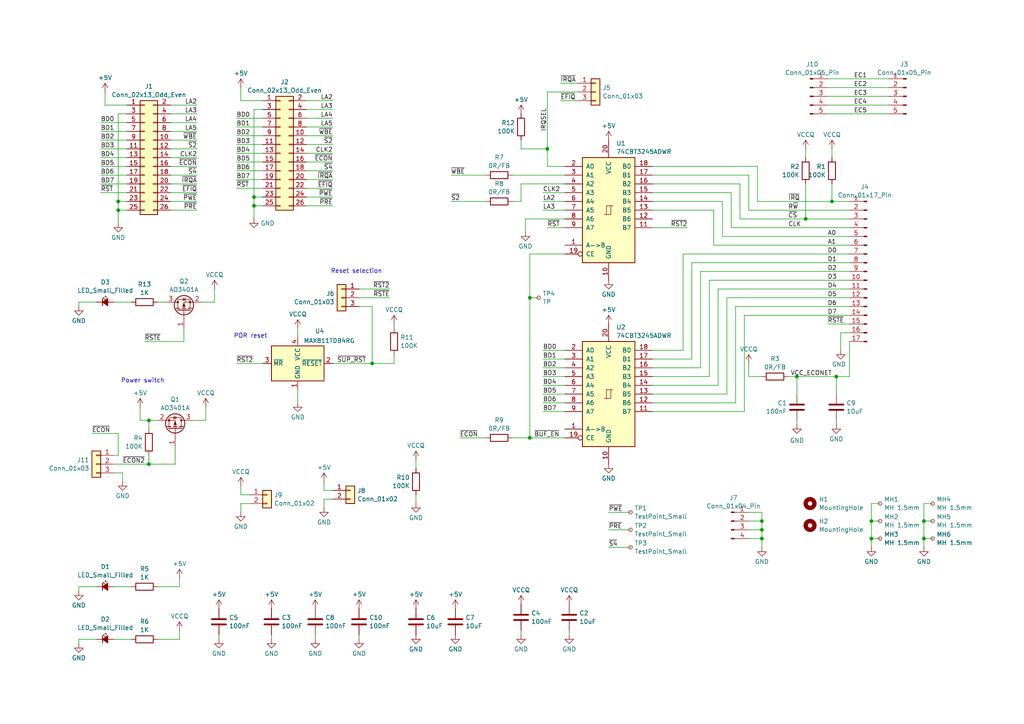
<source format=kicad_sch>
(kicad_sch (version 20231120) (generator "eeschema") (generator_version "8.0")
  (paper "A4")
  (junction (at 43.18 121.92))
  (junction (at 153.67 86.36))
  (junction (at 220.98 156.21))
  (junction (at 158.75 43.18))
  (junction (at 242.57 109.22))
  (junction (at 73.66 57.15))
  (junction (at 73.66 59.69))
  (junction (at 267.97 151.13))
  (junction (at 267.97 156.21))
  (junction (at 34.29 58.42))
  (junction (at 252.73 151.13))
  (junction (at 231.14 109.22))
  (junction (at 220.98 151.13))
  (junction (at 107.95 105.41))
  (junction (at 233.68 63.5))
  (junction (at 153.67 127))
  (junction (at 252.73 156.21))
  (junction (at 34.29 60.96))
  (junction (at 220.98 153.67))
  (junction (at 43.18 134.62))
  (junction (at 241.3 58.42))
  (wire (pts (xy 153.67 86.36) (xy 156.21 86.36)))
  (wire (pts (xy 68.58 49.53) (xy 76.2 49.53)))
  (wire (pts (xy 157.48 119.38) (xy 163.83 119.38)))
  (wire (pts (xy 96.52 142.24) (xy 93.98 142.24)))
  (wire (pts (xy 91.44 184.15) (xy 91.44 185.42)))
  (wire (pts (xy 212.09 66.04) (xy 246.38 66.04)))
  (wire (pts (xy 107.95 105.41) (xy 114.3 105.41)))
  (wire (pts (xy 158.75 43.18) (xy 151.13 43.18)))
  (wire (pts (xy 76.2 31.75) (xy 73.66 31.75)))
  (wire (pts (xy 29.21 35.56) (xy 36.83 35.56)))
  (wire (pts (xy 200.66 76.2) (xy 200.66 104.14)))
  (wire (pts (xy 205.74 109.22) (xy 205.74 81.28)))
  (wire (pts (xy 96.52 144.78) (xy 93.98 144.78)))
  (wire (pts (xy 252.73 151.13) (xy 252.73 156.21)))
  (wire (pts (xy 88.9 59.69) (xy 96.52 59.69)))
  (wire (pts (xy 49.53 40.64) (xy 57.15 40.64)))
  (wire (pts (xy 153.67 127) (xy 163.83 127)))
  (wire (pts (xy 157.48 60.96) (xy 163.83 60.96)))
  (wire (pts (xy 267.97 146.05) (xy 267.97 151.13)))
  (wire (pts (xy 88.9 36.83) (xy 96.52 36.83)))
  (wire (pts (xy 252.73 151.13) (xy 255.27 151.13)))
  (wire (pts (xy 219.71 48.26) (xy 189.23 48.26)))
  (wire (pts (xy 255.27 146.05) (xy 252.73 146.05)))
  (wire (pts (xy 220.98 148.59) (xy 220.98 151.13)))
  (wire (pts (xy 27.94 170.18) (xy 22.86 170.18)))
  (wire (pts (xy 33.02 185.42) (xy 38.1 185.42)))
  (wire (pts (xy 27.94 185.42) (xy 22.86 185.42)))
  (wire (pts (xy 220.98 153.67) (xy 220.98 156.21)))
  (wire (pts (xy 73.66 59.69) (xy 73.66 63.5)))
  (wire (pts (xy 240.03 30.48) (xy 257.81 30.48)))
  (wire (pts (xy 219.71 58.42) (xy 219.71 48.26)))
  (wire (pts (xy 45.72 170.18) (xy 52.07 170.18)))
  (wire (pts (xy 152.4 63.5) (xy 152.4 67.31)))
  (wire (pts (xy 240.03 25.4) (xy 257.81 25.4)))
  (wire (pts (xy 88.9 49.53) (xy 96.52 49.53)))
  (wire (pts (xy 93.98 142.24) (xy 93.98 139.7)))
  (wire (pts (xy 163.83 53.34) (xy 151.13 53.34)))
  (wire (pts (xy 49.53 58.42) (xy 57.15 58.42)))
  (wire (pts (xy 241.3 43.18) (xy 241.3 45.72)))
  (wire (pts (xy 220.98 151.13) (xy 220.98 153.67)))
  (wire (pts (xy 88.9 41.91) (xy 96.52 41.91)))
  (wire (pts (xy 68.58 44.45) (xy 76.2 44.45)))
  (wire (pts (xy 43.18 134.62) (xy 50.8 134.62)))
  (wire (pts (xy 246.38 93.98) (xy 240.03 93.98)))
  (wire (pts (xy 68.58 54.61) (xy 76.2 54.61)))
  (wire (pts (xy 45.72 87.63) (xy 48.26 87.63)))
  (wire (pts (xy 148.59 127) (xy 153.67 127)))
  (wire (pts (xy 157.48 111.76) (xy 163.83 111.76)))
  (wire (pts (xy 203.2 78.74) (xy 246.38 78.74)))
  (wire (pts (xy 219.71 58.42) (xy 241.3 58.42)))
  (wire (pts (xy 205.74 81.28) (xy 246.38 81.28)))
  (wire (pts (xy 29.21 50.8) (xy 36.83 50.8)))
  (wire (pts (xy 104.14 86.36) (xy 113.03 86.36)))
  (wire (pts (xy 96.52 105.41) (xy 107.95 105.41)))
  (wire (pts (xy 217.17 60.96) (xy 246.38 60.96)))
  (wire (pts (xy 246.38 58.42) (xy 241.3 58.42)))
  (wire (pts (xy 88.9 57.15) (xy 96.52 57.15)))
  (wire (pts (xy 215.9 91.44) (xy 215.9 119.38)))
  (wire (pts (xy 252.73 146.05) (xy 252.73 151.13)))
  (wire (pts (xy 63.5 184.15) (xy 63.5 185.42)))
  (wire (pts (xy 158.75 66.04) (xy 163.83 66.04)))
  (wire (pts (xy 59.69 121.92) (xy 59.69 118.11)))
  (wire (pts (xy 157.48 55.88) (xy 163.83 55.88)))
  (wire (pts (xy 157.48 116.84) (xy 163.83 116.84)))
  (wire (pts (xy 252.73 156.21) (xy 255.27 156.21)))
  (wire (pts (xy 151.13 182.88) (xy 151.13 184.15)))
  (wire (pts (xy 34.29 132.08) (xy 33.02 132.08)))
  (wire (pts (xy 162.56 24.13) (xy 167.64 24.13)))
  (wire (pts (xy 52.07 185.42) (xy 52.07 182.88)))
  (wire (pts (xy 22.86 87.63) (xy 22.86 88.9)))
  (wire (pts (xy 68.58 41.91) (xy 76.2 41.91)))
  (wire (pts (xy 29.21 53.34) (xy 36.83 53.34)))
  (wire (pts (xy 29.21 55.88) (xy 36.83 55.88)))
  (wire (pts (xy 49.53 33.02) (xy 57.15 33.02)))
  (wire (pts (xy 35.56 137.16) (xy 35.56 139.7)))
  (wire (pts (xy 86.36 113.03) (xy 86.36 116.84)))
  (wire (pts (xy 220.98 109.22) (xy 217.17 109.22)))
  (wire (pts (xy 200.66 76.2) (xy 246.38 76.2)))
  (wire (pts (xy 76.2 29.21) (xy 69.85 29.21)))
  (wire (pts (xy 157.48 106.68) (xy 163.83 106.68)))
  (wire (pts (xy 158.75 26.67) (xy 167.64 26.67)))
  (wire (pts (xy 189.23 60.96) (xy 207.01 60.96)))
  (wire (pts (xy 29.21 38.1) (xy 36.83 38.1)))
  (wire (pts (xy 176.53 158.75) (xy 182.88 158.75)))
  (wire (pts (xy 43.18 121.92) (xy 43.18 124.46)))
  (wire (pts (xy 88.9 52.07) (xy 96.52 52.07)))
  (wire (pts (xy 88.9 46.99) (xy 96.52 46.99)))
  (wire (pts (xy 68.58 39.37) (xy 76.2 39.37)))
  (wire (pts (xy 49.53 38.1) (xy 57.15 38.1)))
  (wire (pts (xy 26.67 125.73) (xy 34.29 125.73)))
  (wire (pts (xy 55.88 121.92) (xy 59.69 121.92)))
  (wire (pts (xy 36.83 30.48) (xy 30.48 30.48)))
  (wire (pts (xy 45.72 121.92) (xy 43.18 121.92)))
  (wire (pts (xy 217.17 105.41) (xy 217.17 109.22)))
  (wire (pts (xy 228.6 109.22) (xy 231.14 109.22)))
  (wire (pts (xy 246.38 96.52) (xy 243.84 96.52)))
  (wire (pts (xy 267.97 156.21) (xy 270.51 156.21)))
  (wire (pts (xy 34.29 58.42) (xy 36.83 58.42)))
  (wire (pts (xy 243.84 96.52) (xy 243.84 101.6)))
  (wire (pts (xy 217.17 156.21) (xy 220.98 156.21)))
  (wire (pts (xy 73.66 57.15) (xy 73.66 59.69)))
  (wire (pts (xy 40.64 121.92) (xy 40.64 118.11)))
  (wire (pts (xy 252.73 156.21) (xy 252.73 158.75)))
  (wire (pts (xy 53.34 99.06) (xy 53.34 95.25)))
  (wire (pts (xy 242.57 109.22) (xy 242.57 114.3)))
  (wire (pts (xy 189.23 116.84) (xy 213.36 116.84)))
  (wire (pts (xy 49.53 48.26) (xy 57.15 48.26)))
  (wire (pts (xy 165.1 182.88) (xy 165.1 184.15)))
  (wire (pts (xy 203.2 106.68) (xy 203.2 78.74)))
  (wire (pts (xy 107.95 88.9) (xy 107.95 105.41)))
  (wire (pts (xy 93.98 144.78) (xy 93.98 147.32)))
  (wire (pts (xy 88.9 44.45) (xy 96.52 44.45)))
  (wire (pts (xy 270.51 146.05) (xy 267.97 146.05)))
  (wire (pts (xy 231.14 109.22) (xy 231.14 114.3)))
  (wire (pts (xy 163.83 73.66) (xy 153.67 73.66)))
  (wire (pts (xy 43.18 121.92) (xy 40.64 121.92)))
  (wire (pts (xy 215.9 119.38) (xy 189.23 119.38)))
  (wire (pts (xy 153.67 73.66) (xy 153.67 86.36)))
  (wire (pts (xy 49.53 35.56) (xy 57.15 35.56)))
  (wire (pts (xy 72.39 143.51) (xy 69.85 143.51)))
  (wire (pts (xy 214.63 63.5) (xy 233.68 63.5)))
  (wire (pts (xy 43.18 132.08) (xy 43.18 134.62)))
  (wire (pts (xy 210.82 114.3) (xy 189.23 114.3)))
  (wire (pts (xy 241.3 53.34) (xy 241.3 58.42)))
  (wire (pts (xy 49.53 30.48) (xy 57.15 30.48)))
  (wire (pts (xy 246.38 63.5) (xy 233.68 63.5)))
  (wire (pts (xy 33.02 137.16) (xy 35.56 137.16)))
  (wire (pts (xy 209.55 58.42) (xy 189.23 58.42)))
  (wire (pts (xy 233.68 43.18) (xy 233.68 45.72)))
  (wire (pts (xy 189.23 106.68) (xy 203.2 106.68)))
  (wire (pts (xy 198.12 101.6) (xy 198.12 73.66)))
  (wire (pts (xy 212.09 55.88) (xy 212.09 66.04)))
  (wire (pts (xy 200.66 104.14) (xy 189.23 104.14)))
  (wire (pts (xy 157.48 109.22) (xy 163.83 109.22)))
  (wire (pts (xy 104.14 88.9) (xy 107.95 88.9)))
  (wire (pts (xy 49.53 60.96) (xy 57.15 60.96)))
  (wire (pts (xy 34.29 58.42) (xy 34.29 60.96)))
  (wire (pts (xy 68.58 34.29) (xy 76.2 34.29)))
  (wire (pts (xy 213.36 116.84) (xy 213.36 88.9)))
  (wire (pts (xy 49.53 55.88) (xy 57.15 55.88)))
  (wire (pts (xy 246.38 109.22) (xy 242.57 109.22)))
  (wire (pts (xy 73.66 31.75) (xy 73.66 57.15)))
  (wire (pts (xy 214.63 53.34) (xy 189.23 53.34)))
  (wire (pts (xy 49.53 43.18) (xy 57.15 43.18)))
  (wire (pts (xy 68.58 52.07) (xy 76.2 52.07)))
  (wire (pts (xy 176.53 153.67) (xy 182.88 153.67)))
  (wire (pts (xy 33.02 170.18) (xy 38.1 170.18)))
  (wire (pts (xy 29.21 45.72) (xy 36.83 45.72)))
  (wire (pts (xy 209.55 68.58) (xy 246.38 68.58)))
  (wire (pts (xy 34.29 33.02) (xy 34.29 58.42)))
  (wire (pts (xy 240.03 22.86) (xy 257.81 22.86)))
  (wire (pts (xy 210.82 86.36) (xy 210.82 114.3)))
  (wire (pts (xy 217.17 50.8) (xy 217.17 60.96)))
  (wire (pts (xy 29.21 43.18) (xy 36.83 43.18)))
  (wire (pts (xy 207.01 60.96) (xy 207.01 71.12)))
  (wire (pts (xy 68.58 105.41) (xy 76.2 105.41)))
  (wire (pts (xy 86.36 95.25) (xy 86.36 97.79)))
  (wire (pts (xy 49.53 53.34) (xy 57.15 53.34)))
  (wire (pts (xy 29.21 40.64) (xy 36.83 40.64)))
  (wire (pts (xy 153.67 86.36) (xy 153.67 127)))
  (wire (pts (xy 45.72 185.42) (xy 52.07 185.42)))
  (wire (pts (xy 148.59 50.8) (xy 163.83 50.8)))
  (wire (pts (xy 158.75 48.26) (xy 158.75 43.18)))
  (wire (pts (xy 208.28 83.82) (xy 246.38 83.82)))
  (wire (pts (xy 151.13 53.34) (xy 151.13 58.42)))
  (wire (pts (xy 88.9 54.61) (xy 96.52 54.61)))
  (wire (pts (xy 52.07 167.64) (xy 52.07 170.18)))
  (wire (pts (xy 22.86 185.42) (xy 22.86 186.69)))
  (wire (pts (xy 246.38 109.22) (xy 246.38 99.06)))
  (wire (pts (xy 189.23 66.04) (xy 199.39 66.04)))
  (wire (pts (xy 157.48 114.3) (xy 163.83 114.3)))
  (wire (pts (xy 104.14 83.82) (xy 113.03 83.82)))
  (wire (pts (xy 214.63 63.5) (xy 214.63 53.34)))
  (wire (pts (xy 88.9 34.29) (xy 96.52 34.29)))
  (wire (pts (xy 242.57 121.92) (xy 242.57 123.19)))
  (wire (pts (xy 157.48 101.6) (xy 163.83 101.6)))
  (wire (pts (xy 152.4 63.5) (xy 163.83 63.5)))
  (wire (pts (xy 29.21 48.26) (xy 36.83 48.26)))
  (wire (pts (xy 58.42 87.63) (xy 62.23 87.63)))
  (wire (pts (xy 217.17 148.59) (xy 220.98 148.59)))
  (wire (pts (xy 189.23 111.76) (xy 208.28 111.76)))
  (wire (pts (xy 33.02 134.62) (xy 43.18 134.62)))
  (wire (pts (xy 73.66 57.15) (xy 76.2 57.15)))
  (wire (pts (xy 267.97 151.13) (xy 270.51 151.13)))
  (wire (pts (xy 267.97 151.13) (xy 267.97 156.21)))
  (wire (pts (xy 189.23 55.88) (xy 212.09 55.88)))
  (wire (pts (xy 49.53 45.72) (xy 57.15 45.72)))
  (wire (pts (xy 210.82 86.36) (xy 246.38 86.36)))
  (wire (pts (xy 158.75 43.18) (xy 158.75 26.67)))
  (wire (pts (xy 130.81 58.42) (xy 140.97 58.42)))
  (wire (pts (xy 240.03 33.02) (xy 257.81 33.02)))
  (wire (pts (xy 189.23 109.22) (xy 205.74 109.22)))
  (wire (pts (xy 50.8 134.62) (xy 50.8 129.54)))
  (wire (pts (xy 182.88 148.59) (xy 176.53 148.59)))
  (wire (pts (xy 207.01 71.12) (xy 246.38 71.12)))
  (wire (pts (xy 198.12 73.66) (xy 246.38 73.66)))
  (wire (pts (xy 231.14 121.92) (xy 231.14 123.19)))
  (wire (pts (xy 208.28 111.76) (xy 208.28 83.82)))
  (wire (pts (xy 68.58 46.99) (xy 76.2 46.99)))
  (wire (pts (xy 151.13 58.42) (xy 148.59 58.42)))
  (wire (pts (xy 41.91 99.06) (xy 53.34 99.06)))
  (wire (pts (xy 120.65 146.05) (xy 120.65 143.51)))
  (wire (pts (xy 162.56 29.21) (xy 167.64 29.21)))
  (wire (pts (xy 233.68 53.34) (xy 233.68 63.5)))
  (wire (pts (xy 114.3 105.41) (xy 114.3 102.87)))
  (wire (pts (xy 36.83 33.02) (xy 34.29 33.02)))
  (wire (pts (xy 33.02 87.63) (xy 38.1 87.63)))
  (wire (pts (xy 104.14 184.15) (xy 104.14 185.42)))
  (wire (pts (xy 213.36 88.9) (xy 246.38 88.9)))
  (wire (pts (xy 30.48 30.48) (xy 30.48 26.67)))
  (wire (pts (xy 133.35 127) (xy 140.97 127)))
  (wire (pts (xy 62.23 87.63) (xy 62.23 83.82)))
  (wire (pts (xy 217.17 151.13) (xy 220.98 151.13)))
  (wire (pts (xy 189.23 101.6) (xy 198.12 101.6)))
  (wire (pts (xy 34.29 60.96) (xy 34.29 64.77)))
  (wire (pts (xy 72.39 146.05) (xy 69.85 146.05)))
  (wire (pts (xy 88.9 31.75) (xy 96.52 31.75)))
  (wire (pts (xy 163.83 48.26) (xy 158.75 48.26)))
  (wire (pts (xy 88.9 39.37) (xy 96.52 39.37)))
  (wire (pts (xy 88.9 29.21) (xy 96.52 29.21)))
  (wire (pts (xy 240.03 27.94) (xy 257.81 27.94)))
  (wire (pts (xy 34.29 60.96) (xy 36.83 60.96)))
  (wire (pts (xy 157.48 58.42) (xy 163.83 58.42)))
  (wire (pts (xy 114.3 95.25) (xy 114.3 93.98)))
  (wire (pts (xy 157.48 104.14) (xy 163.83 104.14)))
  (wire (pts (xy 217.17 153.67) (xy 220.98 153.67)))
  (wire (pts (xy 69.85 29.21) (xy 69.85 25.4)))
  (wire (pts (xy 242.57 109.22) (xy 231.14 109.22)))
  (wire (pts (xy 189.23 50.8) (xy 217.17 50.8)))
  (wire (pts (xy 130.81 50.8) (xy 140.97 50.8)))
  (wire (pts (xy 78.74 184.15) (xy 78.74 185.42)))
  (wire (pts (xy 69.85 146.05) (xy 69.85 148.59)))
  (wire (pts (xy 68.58 36.83) (xy 76.2 36.83)))
  (wire (pts (xy 69.85 140.97) (xy 69.85 143.51)))
  (wire (pts (xy 27.94 87.63) (xy 22.86 87.63)))
  (wire (pts (xy 220.98 156.21) (xy 220.98 158.75)))
  (wire (pts (xy 209.55 68.58) (xy 209.55 58.42)))
  (wire (pts (xy 267.97 156.21) (xy 267.97 158.75)))
  (wire (pts (xy 120.65 133.35) (xy 120.65 135.89)))
  (wire (pts (xy 34.29 125.73) (xy 34.29 132.08)))
  (wire (pts (xy 215.9 91.44) (xy 246.38 91.44)))
  (wire (pts (xy 22.86 170.18) (xy 22.86 171.45)))
  (wire (pts (xy 73.66 59.69) (xy 76.2 59.69)))
  (wire (pts (xy 49.53 50.8) (xy 57.15 50.8)))
  (wire (pts (xy 151.13 43.18) (xy 151.13 40.64)))
  (text "Power switch\n" (at 41.402 110.49 0) (effects (font (size 1.27 1.27))))
  (text "Reset selection" (at 103.378 78.74 0) (effects (font (size 1.27 1.27))))
  (text "POR reset\n" (at 72.644 97.536 0) (effects (font (size 1.27 1.27))))
  (label "BD7" (at 29.21 53.34 0))
  (label "~{PRE}" (at 176.53 153.67 0))
  (label "~{RST2}" (at 199.39 66.04 180))
  (label "R~{W}" (at 228.6 60.96 0))
  (label "BD3" (at 68.58 41.91 0))
  (label "CLK2" (at 57.15 45.72 180))
  (label "A0" (at 240.03 68.58 0))
  (label "~{RSTE}" (at 41.91 99.06 0))
  (label "D1" (at 240.03 76.2 0))
  (label "~{RST2}" (at 68.58 105.41 0))
  (label "~{CS}" (at 228.6 63.5 0))
  (label "LA5" (at 96.52 36.83 180))
  (label "~{BUF_EN}" (at 154.94 127 0))
  (label "~{S2}" (at 96.52 41.91 180))
  (label "EC2" (at 247.65 25.4 0))
  (label "~{S4}" (at 57.15 50.8 180))
  (label "BD3" (at 157.48 109.22 0))
  (label "~{PRE}" (at 57.15 60.96 180))
  (label "EC5" (at 247.65 33.02 0))
  (label "~{WBE}" (at 130.81 50.8 0))
  (label "~{S4}" (at 176.53 158.75 0))
  (label "~{RST}" (at 158.75 66.04 0))
  (label "D4" (at 240.03 83.82 0))
  (label "A1" (at 240.03 71.12 0))
  (label "~{IRQA}" (at 96.52 52.07 180))
  (label "BD6" (at 29.21 50.8 0))
  (label "~{IRQA}" (at 162.56 24.13 0))
  (label "BD0" (at 157.48 101.6 0))
  (label "~{PWE}" (at 57.15 58.42 180))
  (label "~{ECON}" (at 26.67 125.73 0))
  (label "LA3" (at 96.52 31.75 180))
  (label "~{WBE}" (at 96.52 39.37 180))
  (label "~{EFIQ}" (at 96.52 54.61 180))
  (label "LA2" (at 157.48 58.42 0))
  (label "~{RST}" (at 29.21 55.88 0))
  (label "BD7" (at 68.58 52.07 0))
  (label "D6" (at 240.03 88.9 0))
  (label "BD1" (at 157.48 104.14 0))
  (label "BD1" (at 29.21 38.1 0))
  (label "CLK2" (at 157.48 55.88 0))
  (label "~{ECON2}" (at 35.56 134.62 0))
  (label "~{S2}" (at 130.81 58.42 0))
  (label "D3" (at 240.03 81.28 0))
  (label "~{PRE}" (at 96.52 59.69 180))
  (label "BD3" (at 29.21 43.18 0))
  (label "~{WBE}" (at 57.15 40.64 180))
  (label "BD5" (at 68.58 46.99 0))
  (label "D2" (at 240.03 78.74 0))
  (label "EC3" (at 247.65 27.94 0))
  (label "BD6" (at 68.58 49.53 0))
  (label "BD6" (at 157.48 116.84 0))
  (label "BD2" (at 68.58 39.37 0))
  (label "~{RSTE}" (at 240.03 93.98 0))
  (label "BD0" (at 68.58 34.29 0))
  (label "BD2" (at 29.21 40.64 0))
  (label "BD2" (at 157.48 106.68 0))
  (label "BD5" (at 29.21 48.26 0))
  (label "LA4" (at 57.15 35.56 180))
  (label "LA5" (at 57.15 38.1 180))
  (label "D7" (at 240.03 91.44 0))
  (label "CLK" (at 228.6 66.04 0))
  (label "LA3" (at 157.48 60.96 0))
  (label "~{PWE}" (at 176.53 148.59 0))
  (label "BD4" (at 157.48 111.76 0))
  (label "~{EFIQ}" (at 162.56 29.21 0))
  (label "~{SUP_RST}" (at 97.79 105.41 0))
  (label "BD4" (at 29.21 45.72 0))
  (label "~{ECON}" (at 57.15 48.26 180))
  (label "EC4" (at 247.65 30.48 0))
  (label "~{S2}" (at 57.15 43.18 180))
  (label "~{ECON}" (at 133.35 127 0))
  (label "~{RST}" (at 68.58 54.61 0))
  (label "IRQSEL" (at 158.75 38.1 90))
  (label "LA2" (at 57.15 30.48 180))
  (label "BD5" (at 157.48 114.3 0))
  (label "~{IRQ}" (at 228.6 58.42 0))
  (label "EC1" (at 247.65 22.86 0))
  (label "~{RST2}" (at 113.03 83.82 180))
  (label "~{EFIQ}" (at 57.15 55.88 180))
  (label "BD1" (at 68.58 36.83 0))
  (label "VCC_ECONET" (at 241.3 109.22 180))
  (label "~{ECON}" (at 96.52 46.99 180))
  (label "~{RSTE}" (at 113.03 86.36 180))
  (label "~{PWE}" (at 96.52 57.15 180))
  (label "BD0" (at 29.21 35.56 0))
  (label "D5" (at 240.03 86.36 0))
  (label "~{IRQA}" (at 57.15 53.34 180))
  (label "LA3" (at 57.15 33.02 180))
  (label "D0" (at 240.03 73.66 0))
  (label "BD4" (at 68.58 44.45 0))
  (label "LA2" (at 96.52 29.21 180))
  (label "~{S4}" (at 96.52 49.53 180))
  (label "CLK2" (at 96.52 44.45 180))
  (label "LA4" (at 96.52 34.29 180))
  (label "BD7" (at 157.48 119.38 0))
  (symbol (lib_id "power:VCCQ") (at 120.65 133.35 0) (mirror y) (unit 1)
    (property "Reference" "#PWR033" (effects (hide yes)))
    (property "Value" "VCCQ" (at 120.65 129.2169 0))
    (property "Description" "Power symbol creates a global label with name \"VCCQ\"" (effects (hide yes)))
  )
  (symbol (lib_id "power:+5V") (at 104.14 176.53 0) (unit 1)
    (property "Reference" "#PWR050" (effects (hide yes)))
    (property "Value" "+5V" (at 104.14 172.3969 0))
    (property "Description" "Power symbol creates a global label with name \"+5V\"" (effects (hide yes)))
  )
  (symbol (lib_id "power:VCCQ") (at 86.36 95.25 0) (mirror y) (unit 1)
    (property "Reference" "#PWR022" (effects (hide yes)))
    (property "Value" "VCCQ" (at 86.36 91.1169 0))
    (property "Description" "Power symbol creates a global label with name \"VCCQ\"" (effects (hide yes)))
  )
  (symbol (lib_id "power:GND") (at 132.08 184.15 0) (unit 1)
    (property "Reference" "#PWR044" (effects (hide yes)))
    (property "Value" "GND" (at 132.08 188.2831 0))
    (property "Description" "Power symbol creates a global label with name \"GND\" , ground" (effects (hide yes)))
  )
  (symbol (lib_id "power:GND") (at 243.84 101.6 0) (mirror y) (unit 1)
    (property "Reference" "#PWR05" (effects (hide yes)))
    (property "Value" "GND" (at 243.332 105.664 0))
    (property "Description" "Power symbol creates a global label with name \"GND\" , ground" (effects (hide yes)))
  )
  (symbol (lib_id "Device:R") (at 120.65 139.7 0) (mirror y) (unit 1)
    (property "Reference" "R10" (at 118.872 138.4878 0) (effects (justify left)))
    (property "Value" "100K" (at 118.872 140.9121 0) (effects (justify left)))
    (property "Footprint" "Resistor_SMD:R_0603_1608Metric_Pad0.98x0.95mm_HandSolder" (effects (hide yes)))
    (property "Description" "Resistor" (effects (hide yes)))
    (property "LCSC" "C25803" (effects (hide yes)))
  )
  (symbol (lib_id "Device:R") (at 233.68 49.53 0) (mirror y) (unit 1)
    (property "Reference" "R2" (at 231.902 48.3178 0) (effects (justify left)))
    (property "Value" "100K" (at 231.902 50.7421 0) (effects (justify left)))
    (property "Footprint" "Resistor_SMD:R_0603_1608Metric_Pad0.98x0.95mm_HandSolder" (effects (hide yes)))
    (property "Description" "Resistor" (effects (hide yes)))
    (property "LCSC" "C25803" (effects (hide yes)))
  )
  (symbol (lib_id "Device:C") (at 151.13 179.07 0) (unit 1)
    (property "Reference" "C4" (at 154.051 177.8578 0) (effects (justify left)))
    (property "Value" "100nF" (at 154.051 180.2821 0) (effects (justify left)))
    (property "Footprint" "Capacitor_SMD:C_0603_1608Metric_Pad1.08x0.95mm_HandSolder" (effects (hide yes)))
    (property "Description" "Unpolarized capacitor" (effects (hide yes)))
    (property "LCSC" "C14663" (effects (hide yes)))
  )
  (symbol (lib_id "Connector_Generic:Conn_01x03") (at 99.06 86.36 0) (mirror y) (unit 1)
    (property "Reference" "J6" (at 97.028 85.1478 0) (effects (justify left)))
    (property "Value" "Conn_01x03" (at 97.028 87.5721 0) (effects (justify left)))
    (property "Footprint" "Connector_PinHeader_2.54mm:PinHeader_1x03_P2.54mm_Vertical" (effects (hide yes)))
    (property "Description" "Generic connector, single row, 01x03, script generated (kicad-library-utils/schlib/autogen/connector/)" (effects (hide yes)))
  )
  (symbol (lib_id "power:+5V") (at 63.5 176.53 0) (unit 1)
    (property "Reference" "#PWR026" (effects (hide yes)))
    (property "Value" "+5V" (at 63.5 172.3969 0))
    (property "Description" "Power symbol creates a global label with name \"+5V\"" (effects (hide yes)))
  )
  (symbol (lib_id "power:+5V") (at 176.53 40.64 0) (unit 1)
    (property "Reference" "#PWR018" (effects (hide yes)))
    (property "Value" "+5V" (at 176.53 36.5069 0))
    (property "Description" "Power symbol creates a global label with name \"+5V\"" (effects (hide yes)))
  )
  (symbol (lib_id "power:VCCQ") (at 69.85 140.97 0) (mirror y) (unit 1)
    (property "Reference" "#PWR038" (effects (hide yes)))
    (property "Value" "VCCQ" (at 69.85 136.8369 0))
    (property "Description" "Power symbol creates a global label with name \"VCCQ\"" (effects (hide yes)))
  )
  (symbol (lib_id "power:VCCQ") (at 62.23 83.82 0) (mirror y) (unit 1)
    (property "Reference" "#PWR053" (effects (hide yes)))
    (property "Value" "VCCQ" (at 62.23 79.6869 0))
    (property "Description" "Power symbol creates a global label with name \"VCCQ\"" (effects (hide yes)))
  )
  (symbol (lib_id "Connector:TestPoint_Small") (at 270.51 146.05 0) (unit 1)
    (property "Reference" "MH4" (at 271.653 144.8378 0) (effects (justify left)))
    (property "Value" "MH 1.5mm" (at 271.653 147.2621 0) (effects (justify left)))
    (property "Footprint" "TestPoint:TestPoint_Plated_Hole_D2.0mm" (effects (hide yes)))
    (property "Description" "test point" (effects (hide yes)))
  )
  (symbol (lib_id "power:GND") (at 242.57 123.19 0) (unit 1)
    (property "Reference" "#PWR049" (effects (hide yes)))
    (property "Value" "GND" (at 242.57 127.3231 0))
    (property "Description" "Power symbol creates a global label with name \"GND\" , ground" (effects (hide yes)))
  )
  (symbol (lib_id "Device:R") (at 43.18 128.27 0) (mirror y) (unit 1)
    (property "Reference" "R4" (at 41.402 127.0578 0) (effects (justify left)))
    (property "Value" "100K" (at 41.402 129.4821 0) (effects (justify left)))
    (property "Footprint" "Resistor_SMD:R_0603_1608Metric_Pad0.98x0.95mm_HandSolder" (effects (hide yes)))
    (property "Description" "Resistor" (effects (hide yes)))
    (property "LCSC" "C25803" (effects (hide yes)))
  )
  (symbol (lib_id "Connector:TestPoint_Small") (at 182.88 153.67 0) (unit 1)
    (property "Reference" "TP2" (at 184.023 152.4578 0) (effects (justify left)))
    (property "Value" "TestPoint_Small" (at 184.023 154.8821 0) (effects (justify left)))
    (property "Footprint" "TestPoint:TestPoint_Pad_D1.0mm" (effects (hide yes)))
    (property "Description" "test point" (effects (hide yes)))
  )
  (symbol (lib_id "power:GND") (at 176.53 134.62 0) (unit 1)
    (property "Reference" "#PWR021" (effects (hide yes)))
    (property "Value" "GND" (at 176.53 138.7531 0))
    (property "Description" "Power symbol creates a global label with name \"GND\" , ground" (effects (hide yes)))
  )
  (symbol (lib_id "Connector_Generic:Conn_01x02") (at 101.6 142.24 0) (unit 1)
    (property "Reference" "J8" (at 103.632 142.2978 0) (effects (justify left)))
    (property "Value" "Conn_01x02" (at 103.632 144.7221 0) (effects (justify left)))
    (property "Footprint" "Connector_PinHeader_2.54mm:PinHeader_1x02_P2.54mm_Vertical" (effects (hide yes)))
    (property "Description" "Generic connector, single row, 01x02, script generated (kicad-library-utils/schlib/autogen/connector/)" (effects (hide yes)))
  )
  (symbol (lib_id "power:VCCQ") (at 241.3 43.18 0) (mirror y) (unit 1)
    (property "Reference" "#PWR06" (effects (hide yes)))
    (property "Value" "VCCQ" (at 241.3 39.0469 0))
    (property "Description" "Power symbol creates a global label with name \"VCCQ\"" (effects (hide yes)))
  )
  (symbol (lib_id "power:GND") (at 176.53 81.28 0) (unit 1)
    (property "Reference" "#PWR020" (effects (hide yes)))
    (property "Value" "GND" (at 176.53 85.4131 0))
    (property "Description" "Power symbol creates a global label with name \"GND\" , ground" (effects (hide yes)))
  )
  (symbol (lib_id "power:GND") (at 35.56 139.7 0) (unit 1)
    (property "Reference" "#PWR042" (effects (hide yes)))
    (property "Value" "GND" (at 35.56 143.8331 0))
    (property "Description" "Power symbol creates a global label with name \"GND\" , ground" (effects (hide yes)))
  )
  (symbol (lib_id "Device:R") (at 144.78 58.42 90) (mirror x) (unit 1)
    (property "Reference" "R8" (at 144.78 53.2595 90))
    (property "Value" "0R/FB" (at 144.78 55.6838 90))
    (property "Footprint" "Resistor_SMD:R_0603_1608Metric_Pad0.98x0.95mm_HandSolder" (effects (hide yes)))
    (property "Description" "Resistor" (effects (hide yes)))
    (property "LCSC" "C21189" (effects (hide yes)))
  )
  (symbol (lib_id "Connector:TestPoint_Small") (at 182.88 158.75 0) (unit 1)
    (property "Reference" "TP3" (at 184.023 157.5378 0) (effects (justify left)))
    (property "Value" "TestPoint_Small" (at 184.023 159.9621 0) (effects (justify left)))
    (property "Footprint" "TestPoint:TestPoint_Pad_D1.0mm" (effects (hide yes)))
    (property "Description" "test point" (effects (hide yes)))
  )
  (symbol (lib_id "Connector:TestPoint_Small") (at 255.27 146.05 0) (unit 1)
    (property "Reference" "MH1" (at 256.413 144.8378 0) (effects (justify left)))
    (property "Value" "MH 1.5mm" (at 256.413 147.2621 0) (effects (justify left)))
    (property "Footprint" "TestPoint:TestPoint_Plated_Hole_D2.0mm" (effects (hide yes)))
    (property "Description" "test point" (effects (hide yes)))
  )
  (symbol (lib_id "power:VCCQ") (at 217.17 105.41 0) (mirror y) (unit 1)
    (property "Reference" "#PWR08" (effects (hide yes)))
    (property "Value" "VCCQ" (at 217.17 101.2769 0))
    (property "Description" "Power symbol creates a global label with name \"VCCQ\"" (effects (hide yes)))
  )
  (symbol (lib_id "Device:C") (at 63.5 180.34 0) (unit 1)
    (property "Reference" "C5" (at 66.421 179.1278 0) (effects (justify left)))
    (property "Value" "100nF" (at 66.421 181.5521 0) (effects (justify left)))
    (property "Footprint" "Capacitor_SMD:C_0603_1608Metric_Pad1.08x0.95mm_HandSolder" (effects (hide yes)))
    (property "Description" "Unpolarized capacitor" (effects (hide yes)))
    (property "LCSC" "C14663" (effects (hide yes)))
  )
  (symbol (lib_id "power:GND") (at 104.14 185.42 0) (unit 1)
    (property "Reference" "#PWR051" (effects (hide yes)))
    (property "Value" "GND" (at 104.14 189.5531 0))
    (property "Description" "Power symbol creates a global label with name \"GND\" , ground" (effects (hide yes)))
  )
  (symbol (lib_id "Transistor_FET:AO3401A") (at 50.8 124.46 270) (mirror x) (unit 1)
    (property "Reference" "Q1" (at 50.8 115.8705 90))
    (property "Value" "AO3401A" (at 50.8 118.2948 90))
    (property "Footprint" "Package_TO_SOT_SMD:SOT-23" (effects (hide yes)))
    (property "Datasheet" "http://www.aosmd.com/pdfs/datasheet/AO3401A.pdf" (effects (hide yes)))
    (property "Description" "-4.0A Id, -30V Vds, P-Channel MOSFET, SOT-23" (effects (hide yes)))
    (property "LCSC" "C15127" (effects (hide yes)))
  )
  (symbol (lib_id "Device:R") (at 41.91 87.63 90) (unit 1)
    (property "Reference" "R13" (at 41.91 82.4695 90))
    (property "Value" "1K" (at 41.91 84.8938 90))
    (property "Footprint" "Resistor_SMD:R_0603_1608Metric_Pad0.98x0.95mm_HandSolder" (effects (hide yes)))
    (property "Description" "Resistor" (effects (hide yes)))
    (property "LCSC" "C21190" (effects (hide yes)))
  )
  (symbol (lib_id "power:GND") (at 22.86 186.69 0) (unit 1)
    (property "Reference" "#PWR013" (effects (hide yes)))
    (property "Value" "GND" (at 22.86 190.8231 0))
    (property "Description" "Power symbol creates a global label with name \"GND\" , ground" (effects (hide yes)))
  )
  (symbol (lib_id "power:GND") (at 252.73 158.75 0) (unit 1)
    (property "Reference" "#PWR045" (effects (hide yes)))
    (property "Value" "GND" (at 252.73 162.8831 0))
    (property "Description" "Power symbol creates a global label with name \"GND\" , ground" (effects (hide yes)))
  )
  (symbol (lib_id "Connector_Generic:Conn_01x03") (at 27.94 134.62 0) (mirror y) (unit 1)
    (property "Reference" "J11" (at 25.908 133.4078 0) (effects (justify left)))
    (property "Value" "Conn_01x03" (at 25.908 135.8321 0) (effects (justify left)))
    (property "Footprint" "Connector_PinHeader_2.54mm:PinHeader_1x03_P2.54mm_Vertical" (effects (hide yes)))
    (property "Description" "Generic connector, single row, 01x03, script generated (kicad-library-utils/schlib/autogen/connector/)" (effects (hide yes)))
  )
  (symbol (lib_id "Mechanical:MountingHole") (at 234.95 152.4 0) (unit 1) (exclude_from_sim yes) (in_bom no)
    (property "Reference" "H2" (at 237.49 151.1878 0) (effects (justify left)))
    (property "Value" "MountingHole" (at 237.49 153.6121 0) (effects (justify left)))
    (property "Footprint" "MountingHole:MountingHole_3.5mm_Pad_TopBottom" (effects (hide yes)))
    (property "Description" "Mounting Hole without connection" (effects (hide yes)))
  )
  (symbol (lib_id "power:VCCQ") (at 151.13 175.26 0) (unit 1)
    (property "Reference" "#PWR028" (effects (hide yes)))
    (property "Value" "VCCQ" (at 151.13 171.1269 0))
    (property "Description" "Power symbol creates a global label with name \"VCCQ\"" (effects (hide yes)))
  )
  (symbol (lib_id "power:GND") (at 152.4 67.31 0) (unit 1)
    (property "Reference" "#PWR024" (effects (hide yes)))
    (property "Value" "GND" (at 152.4 71.4431 0))
    (property "Description" "Power symbol creates a global label with name \"GND\" , ground" (effects (hide yes)))
  )
  (symbol (lib_id "power:GND") (at 91.44 185.42 0) (unit 1)
    (property "Reference" "#PWR048" (effects (hide yes)))
    (property "Value" "GND" (at 91.44 189.5531 0))
    (property "Description" "Power symbol creates a global label with name \"GND\" , ground" (effects (hide yes)))
  )
  (symbol (lib_id "power:VCCQ") (at 114.3 93.98 0) (mirror y) (unit 1)
    (property "Reference" "#PWR034" (effects (hide yes)))
    (property "Value" "VCCQ" (at 114.3 89.8469 0))
    (property "Description" "Power symbol creates a global label with name \"VCCQ\"" (effects (hide yes)))
  )
  (symbol (lib_id "power:GND") (at 93.98 147.32 0) (unit 1)
    (property "Reference" "#PWR037" (effects (hide yes)))
    (property "Value" "GND" (at 93.98 151.4531 0))
    (property "Description" "Power symbol creates a global label with name \"GND\" , ground" (effects (hide yes)))
  )
  (symbol (lib_id "Connector:Conn_01x05_Pin") (at 234.95 27.94 0) (unit 1)
    (property "Reference" "J10" (at 235.585 18.6393 0))
    (property "Value" "Conn_01x05_Pin" (at 235.585 21.0636 0))
    (property "Footprint" "Connector_PinSocket_2.54mm:PinSocket_1x05_P2.54mm_Vertical" (effects (hide yes)))
    (property "Description" "Generic connector, single row, 01x05, script generated" (effects (hide yes)))
  )
  (symbol (lib_id "power:GND") (at 69.85 148.59 0) (unit 1)
    (property "Reference" "#PWR039" (effects (hide yes)))
    (property "Value" "GND" (at 69.85 152.7231 0))
    (property "Description" "Power symbol creates a global label with name \"GND\" , ground" (effects (hide yes)))
  )
  (symbol (lib_id "Transistor_FET:AO3401A") (at 53.34 90.17 90) (unit 1)
    (property "Reference" "Q2" (at 53.34 81.5805 90))
    (property "Value" "AO3401A" (at 53.34 84.0048 90))
    (property "Footprint" "Package_TO_SOT_SMD:SOT-23" (effects (hide yes)))
    (property "Datasheet" "http://www.aosmd.com/pdfs/datasheet/AO3401A.pdf" (effects (hide yes)))
    (property "Description" "-4.0A Id, -30V Vds, P-Channel MOSFET, SOT-23" (effects (hide yes)))
    (property "LCSC" "C15127" (effects (hide yes)))
  )
  (symbol (lib_id "Connector:Conn_01x04_Pin") (at 212.09 151.13 0) (unit 1)
    (property "Reference" "J7" (at 212.725 144.3693 0))
    (property "Value" "Conn_01x04_Pin" (at 212.725 146.7936 0))
    (property "Footprint" "Connector_PinHeader_2.54mm:PinHeader_1x04_P2.54mm_Vertical" (effects (hide yes)))
    (property "Description" "Generic connector, single row, 01x04, script generated" (effects (hide yes)))
  )
  (symbol (lib_id "Connector_Generic:Conn_01x02") (at 77.47 143.51 0) (unit 1)
    (property "Reference" "J9" (at 79.502 143.5678 0) (effects (justify left)))
    (property "Value" "Conn_01x02" (at 79.502 145.9921 0) (effects (justify left)))
    (property "Footprint" "Connector_PinHeader_2.54mm:PinHeader_1x02_P2.54mm_Vertical" (effects (hide yes)))
    (property "Description" "Generic connector, single row, 01x02, script generated (kicad-library-utils/schlib/autogen/connector/)" (effects (hide yes)))
  )
  (symbol (lib_id "Device:R") (at 41.91 170.18 90) (unit 1)
    (property "Reference" "R5" (at 41.91 165.0195 90))
    (property "Value" "1K" (at 41.91 167.4438 90))
    (property "Footprint" "Resistor_SMD:R_0603_1608Metric_Pad0.98x0.95mm_HandSolder" (effects (hide yes)))
    (property "Description" "Resistor" (effects (hide yes)))
    (property "LCSC" "C21190" (effects (hide yes)))
  )
  (symbol (lib_id "Power_Supervisor:MAX811TEUS-T") (at 86.36 105.41 0) (unit 1)
    (property "Reference" "U4" (at 92.71 96.012 0))
    (property "Value" "MAX811TDB4RG" (at 95.504 98.806 0))
    (property "Footprint" "Package_TO_SOT_SMD:SOT-143" (effects (hide yes)))
    (property "Datasheet" "https://datasheets.maximintegrated.com/en/ds/MAX811-MAX812.pdf" (effects (hide yes)))
    (property "Description" "Power supply supervisor, Manual reset, Threshold 3.08V, SOT-143" (effects (hide yes)))
    (property "LCSC" "C19723717" (effects (hide yes)))
  )
  (symbol (lib_id "Device:LED_Small_Filled") (at 30.48 185.42 0) (unit 1)
    (property "Reference" "D2" (at 30.5435 179.6245 0))
    (property "Value" "LED_Small_Filled" (at 30.5435 182.0488 0))
    (property "Footprint" "LED_SMD:LED_0603_1608Metric_Pad1.05x0.95mm_HandSolder" (effects (hide yes)))
    (property "Description" "Light emitting diode, small symbol, filled shape" (effects (hide yes)))
    (property "LCSC" "C2286" (effects (hide yes)))
  )
  (symbol (lib_id "74xx:74HC245") (at 176.53 60.96 0) (unit 1)
    (property "Reference" "U1" (at 178.7241 41.5755 0) (effects (justify left)))
    (property "Value" "74CBT3245ADWR" (at 178.7241 43.9998 0) (effects (justify left)))
    (property "Footprint" "Package_SO:SOIC-20W_7.5x12.8mm_P1.27mm" (effects (hide yes)))
    (property "Datasheet" "http://www.ti.com/lit/gpn/sn74HC245" (effects (hide yes)))
    (property "Description" "Octal BUS Transceivers, 3-State outputs" (effects (hide yes)))
    (property "LCSC" "C2860279" (effects (hide yes)))
  )
  (symbol (lib_id "power:+5V") (at 69.85 25.4 0) (unit 1)
    (property "Reference" "#PWR03" (effects (hide yes)))
    (property "Value" "+5V" (at 69.85 21.2669 0))
    (property "Description" "Power symbol creates a global label with name \"+5V\"" (effects (hide yes)))
  )
  (symbol (lib_id "Device:C") (at 231.14 118.11 0) (mirror y) (unit 1)
    (property "Reference" "C1" (at 228.219 116.8978 0) (effects (justify left)))
    (property "Value" "100nF" (at 228.219 119.3221 0) (effects (justify left)))
    (property "Footprint" "Capacitor_SMD:C_0603_1608Metric_Pad1.08x0.95mm_HandSolder" (effects (hide yes)))
    (property "Description" "Unpolarized capacitor" (effects (hide yes)))
    (property "LCSC" "C14663" (effects (hide yes)))
  )
  (symbol (lib_id "Connector:TestPoint_Small") (at 156.21 86.36 0) (unit 1)
    (property "Reference" "TP4" (at 157.353 85.1478 0) (effects (justify left)))
    (property "Value" "TP" (at 157.353 87.5721 0) (effects (justify left)))
    (property "Footprint" "TestPoint:TestPoint_Pad_D1.0mm" (effects (hide yes)))
    (property "Description" "test point" (effects (hide yes)))
  )
  (symbol (lib_id "Connector_Generic:Conn_02x13_Odd_Even") (at 41.91 45.72 0) (unit 1)
    (property "Reference" "J1" (at 43.18 25.0655 0))
    (property "Value" "Conn_02x13_Odd_Even" (at 43.18 27.4898 0))
    (property "Footprint" "Connector_PinHeader_2.00mm:PinHeader_2x13_P2.00mm_Vertical" (effects (hide yes)))
    (property "Description" "Generic connector, double row, 02x13, odd/even pin numbering scheme (row 1 odd numbers, row 2 even numbers), script generated (kicad-library-utils/schlib/autogen/connector/)" (effects (hide yes)))
  )
  (symbol (lib_id "Device:C") (at 78.74 180.34 0) (unit 1)
    (property "Reference" "C3" (at 81.661 179.1278 0) (effects (justify left)))
    (property "Value" "100nF" (at 81.661 181.5521 0) (effects (justify left)))
    (property "Footprint" "Capacitor_SMD:C_0603_1608Metric_Pad1.08x0.95mm_HandSolder" (effects (hide yes)))
    (property "Description" "Unpolarized capacitor" (effects (hide yes)))
    (property "LCSC" "C14663" (effects (hide yes)))
  )
  (symbol (lib_id "Device:C") (at 165.1 179.07 0) (unit 1)
    (property "Reference" "C2" (at 168.021 177.8578 0) (effects (justify left)))
    (property "Value" "10uF" (at 168.021 180.2821 0) (effects (justify left)))
    (property "Footprint" "Capacitor_SMD:C_0805_2012Metric_Pad1.18x1.45mm_HandSolder" (effects (hide yes)))
    (property "Description" "Unpolarized capacitor" (effects (hide yes)))
    (property "LCSC" "C440198" (effects (hide yes)))
  )
  (symbol (lib_id "power:GND") (at 73.66 63.5 0) (unit 1)
    (property "Reference" "#PWR04" (effects (hide yes)))
    (property "Value" "GND" (at 75.565 64.77 0) (effects (justify left)))
    (property "Description" "Power symbol creates a global label with name \"GND\" , ground" (effects (hide yes)))
  )
  (symbol (lib_id "Connector:TestPoint_Small") (at 270.51 156.21 0) (unit 1)
    (property "Reference" "MH6" (at 271.653 154.9978 0) (effects (justify left)))
    (property "Value" "MH 1.5mm" (at 271.653 157.4221 0) (effects (justify left)))
    (property "Footprint" "TestPoint:TestPoint_Plated_Hole_D2.0mm" (effects (hide yes)))
    (property "Description" "test point" (effects (hide yes)))
  )
  (symbol (lib_id "Connector_Generic:Conn_02x13_Odd_Even") (at 81.28 44.45 0) (unit 1)
    (property "Reference" "J2" (at 82.55 23.7955 0))
    (property "Value" "Conn_02x13_Odd_Even" (at 82.55 26.2198 0))
    (property "Footprint" "Connector_PinHeader_2.00mm:PinHeader_2x13_P2.00mm_Vertical" (effects (hide yes)))
    (property "Description" "Generic connector, double row, 02x13, odd/even pin numbering scheme (row 1 odd numbers, row 2 even numbers), script generated (kicad-library-utils/schlib/autogen/connector/)" (effects (hide yes)))
  )
  (symbol (lib_id "74xx:74HC245") (at 176.53 114.3 0) (unit 1)
    (property "Reference" "U2" (at 178.7241 94.9155 0) (effects (justify left)))
    (property "Value" "74CBT3245ADWR" (at 178.7241 97.3398 0) (effects (justify left)))
    (property "Footprint" "Package_SO:SOIC-20W_7.5x12.8mm_P1.27mm" (effects (hide yes)))
    (property "Datasheet" "http://www.ti.com/lit/gpn/sn74HC245" (effects (hide yes)))
    (property "Description" "Octal BUS Transceivers, 3-State outputs" (effects (hide yes)))
    (property "LCSC" "C2860279" (effects (hide yes)))
  )
  (symbol (lib_id "Connector:TestPoint_Small") (at 255.27 156.21 0) (unit 1)
    (property "Reference" "MH3" (at 256.413 154.9978 0) (effects (justify left)))
    (property "Value" "MH 1.5mm" (at 256.413 157.4221 0) (effects (justify left)))
    (property "Footprint" "TestPoint:TestPoint_Plated_Hole_D2.0mm" (effects (hide yes)))
    (property "Description" "test point" (effects (hide yes)))
  )
  (symbol (lib_id "power:+5V") (at 30.48 26.67 0) (unit 1)
    (property "Reference" "#PWR01" (effects (hide yes)))
    (property "Value" "+5V" (at 30.48 22.5369 0))
    (property "Description" "Power symbol creates a global label with name \"+5V\"" (effects (hide yes)))
  )
  (symbol (lib_id "Device:C") (at 120.65 180.34 0) (unit 1)
    (property "Reference" "C6" (at 123.571 179.1278 0) (effects (justify left)))
    (property "Value" "10uF" (at 123.571 181.5521 0) (effects (justify left)))
    (property "Footprint" "Capacitor_SMD:C_0805_2012Metric_Pad1.18x1.45mm_HandSolder" (effects (hide yes)))
    (property "Description" "Unpolarized capacitor" (effects (hide yes)))
    (property "LCSC" "C440198" (effects (hide yes)))
  )
  (symbol (lib_id "Device:C") (at 91.44 180.34 0) (unit 1)
    (property "Reference" "C8" (at 94.361 179.1278 0) (effects (justify left)))
    (property "Value" "100nF" (at 94.361 181.5521 0) (effects (justify left)))
    (property "Footprint" "Capacitor_SMD:C_0603_1608Metric_Pad1.08x0.95mm_HandSolder" (effects (hide yes)))
    (property "Description" "Unpolarized capacitor" (effects (hide yes)))
    (property "LCSC" "C14663" (effects (hide yes)))
  )
  (symbol (lib_id "power:+5V") (at 151.13 33.02 0) (unit 1)
    (property "Reference" "#PWR035" (effects (hide yes)))
    (property "Value" "+5V" (at 151.13 28.8869 0))
    (property "Description" "Power symbol creates a global label with name \"+5V\"" (effects (hide yes)))
  )
  (symbol (lib_id "power:GND") (at 151.13 184.15 0) (unit 1)
    (property "Reference" "#PWR029" (effects (hide yes)))
    (property "Value" "GND" (at 151.13 188.2831 0))
    (property "Description" "Power symbol creates a global label with name \"GND\" , ground" (effects (hide yes)))
  )
  (symbol (lib_id "Device:LED_Small_Filled") (at 30.48 170.18 0) (unit 1)
    (property "Reference" "D1" (at 30.5435 164.3845 0))
    (property "Value" "LED_Small_Filled" (at 30.5435 166.8088 0))
    (property "Footprint" "LED_SMD:LED_0603_1608Metric_Pad1.05x0.95mm_HandSolder" (effects (hide yes)))
    (property "Description" "Light emitting diode, small symbol, filled shape" (effects (hide yes)))
    (property "LCSC" "C2286" (effects (hide yes)))
  )
  (symbol (lib_id "Device:C") (at 242.57 118.11 0) (unit 1)
    (property "Reference" "C9" (at 245.491 116.8978 0) (effects (justify left)))
    (property "Value" "10uF" (at 245.491 119.3221 0) (effects (justify left)))
    (property "Footprint" "Capacitor_SMD:C_0805_2012Metric_Pad1.18x1.45mm_HandSolder" (effects (hide yes)))
    (property "Description" "Unpolarized capacitor" (effects (hide yes)))
    (property "LCSC" "C440198" (effects (hide yes)))
  )
  (symbol (lib_id "power:GND") (at 165.1 184.15 0) (unit 1)
    (property "Reference" "#PWR017" (effects (hide yes)))
    (property "Value" "GND" (at 165.1 188.2831 0))
    (property "Description" "Power symbol creates a global label with name \"GND\" , ground" (effects (hide yes)))
  )
  (symbol (lib_id "power:+5V") (at 120.65 176.53 0) (unit 1)
    (property "Reference" "#PWR041" (effects (hide yes)))
    (property "Value" "+5V" (at 120.65 172.3969 0))
    (property "Description" "Power symbol creates a global label with name \"+5V\"" (effects (hide yes)))
  )
  (symbol (lib_id "Device:R") (at 114.3 99.06 0) (unit 1)
    (property "Reference" "R11" (at 116.078 97.8478 0) (effects (justify left)))
    (property "Value" "100K" (at 116.078 100.2721 0) (effects (justify left)))
    (property "Footprint" "Resistor_SMD:R_0603_1608Metric_Pad0.98x0.95mm_HandSolder" (effects (hide yes)))
    (property "Description" "Resistor" (effects (hide yes)))
    (property "LCSC" "C25803" (effects (hide yes)))
  )
  (symbol (lib_id "power:VCCQ") (at 233.68 43.18 0) (mirror y) (unit 1)
    (property "Reference" "#PWR07" (effects (hide yes)))
    (property "Value" "VCCQ" (at 233.68 39.0469 0))
    (property "Description" "Power symbol creates a global label with name \"VCCQ\"" (effects (hide yes)))
  )
  (symbol (lib_id "power:GND") (at 120.65 184.15 0) (unit 1)
    (property "Reference" "#PWR040" (effects (hide yes)))
    (property "Value" "GND" (at 120.65 188.2831 0))
    (property "Description" "Power symbol creates a global label with name \"GND\" , ground" (effects (hide yes)))
  )
  (symbol (lib_id "Connector:Conn_01x05_Pin") (at 262.89 27.94 0) (mirror y) (unit 1)
    (property "Reference" "J3" (at 262.255 18.6393 0))
    (property "Value" "Conn_01x05_Pin" (at 262.255 21.0636 0))
    (property "Footprint" "Connector_PinSocket_2.54mm:PinSocket_1x05_P2.54mm_Vertical" (effects (hide yes)))
    (property "Description" "Generic connector, single row, 01x05, script generated" (effects (hide yes)))
  )
  (symbol (lib_id "Device:R") (at 151.13 36.83 0) (mirror y) (unit 1)
    (property "Reference" "R12" (at 149.352 35.6178 0) (effects (justify left)))
    (property "Value" "100K" (at 149.352 38.0421 0) (effects (justify left)))
    (property "Footprint" "Resistor_SMD:R_0603_1608Metric_Pad0.98x0.95mm_HandSolder" (effects (hide yes)))
    (property "Description" "Resistor" (effects (hide yes)))
    (property "LCSC" "C25803" (effects (hide yes)))
  )
  (symbol (lib_id "power:GND") (at 34.29 64.77 0) (unit 1)
    (property "Reference" "#PWR02" (effects (hide yes)))
    (property "Value" "GND" (at 34.29 68.9031 0))
    (property "Description" "Power symbol creates a global label with name \"GND\" , ground" (effects (hide yes)))
  )
  (symbol (lib_id "Device:R") (at 241.3 49.53 0) (mirror y) (unit 1)
    (property "Reference" "R1" (at 239.522 48.3178 0) (effects (justify left)))
    (property "Value" "100K" (at 239.522 50.7421 0) (effects (justify left)))
    (property "Footprint" "Resistor_SMD:R_0603_1608Metric_Pad0.98x0.95mm_HandSolder" (effects (hide yes)))
    (property "Description" "Resistor" (effects (hide yes)))
    (property "LCSC" "C25803" (effects (hide yes)))
  )
  (symbol (lib_id "Device:C") (at 132.08 180.34 0) (unit 1)
    (property "Reference" "C7" (at 135.001 179.1278 0) (effects (justify left)))
    (property "Value" "10uF" (at 135.001 181.5521 0) (effects (justify left)))
    (property "Footprint" "Capacitor_SMD:C_0805_2012Metric_Pad1.18x1.45mm_HandSolder" (effects (hide yes)))
    (property "Description" "Unpolarized capacitor" (effects (hide yes)))
    (property "LCSC" "C440198" (effects (hide yes)))
  )
  (symbol (lib_id "Connector:Conn_01x17_Pin") (at 251.46 78.74 0) (mirror y) (unit 1)
    (property "Reference" "J4" (at 250.825 54.1993 0))
    (property "Value" "Conn_01x17_Pin" (at 250.825 56.6236 0))
    (property "Footprint" "Connector_PinHeader_2.54mm:PinHeader_1x17_P2.54mm_Vertical" (effects (hide yes)))
    (property "Description" "Generic connector, single row, 01x17, script generated" (effects (hide yes)))
  )
  (symbol (lib_id "power:GND") (at 22.86 171.45 0) (unit 1)
    (property "Reference" "#PWR012" (effects (hide yes)))
    (property "Value" "GND" (at 22.86 175.5831 0))
    (property "Description" "Power symbol creates a global label with name \"GND\" , ground" (effects (hide yes)))
  )
  (symbol (lib_id "Connector:TestPoint_Small") (at 270.51 151.13 0) (unit 1)
    (property "Reference" "MH5" (at 271.653 149.9178 0) (effects (justify left)))
    (property "Value" "MH 1.5mm" (at 271.653 152.3421 0) (effects (justify left)))
    (property "Footprint" "TestPoint:TestPoint_Plated_Hole_D2.0mm" (effects (hide yes)))
    (property "Description" "test point" (effects (hide yes)))
  )
  (symbol (lib_id "power:+5V") (at 40.64 118.11 0) (unit 1)
    (property "Reference" "#PWR011" (effects (hide yes)))
    (property "Value" "+5V" (at 40.64 113.9769 0))
    (property "Description" "Power symbol creates a global label with name \"+5V\"" (effects (hide yes)))
  )
  (symbol (lib_id "power:+5V") (at 93.98 139.7 0) (unit 1)
    (property "Reference" "#PWR036" (effects (hide yes)))
    (property "Value" "+5V" (at 93.98 135.5669 0))
    (property "Description" "Power symbol creates a global label with name \"+5V\"" (effects (hide yes)))
  )
  (symbol (lib_id "power:+5V") (at 176.53 93.98 0) (unit 1)
    (property "Reference" "#PWR019" (effects (hide yes)))
    (property "Value" "+5V" (at 176.53 89.8469 0))
    (property "Description" "Power symbol creates a global label with name \"+5V\"" (effects (hide yes)))
  )
  (symbol (lib_id "power:+5V") (at 52.07 167.64 0) (unit 1)
    (property "Reference" "#PWR014" (effects (hide yes)))
    (property "Value" "+5V" (at 52.07 163.5069 0))
    (property "Description" "Power symbol creates a global label with name \"+5V\"" (effects (hide yes)))
  )
  (symbol (lib_id "power:GND") (at 63.5 185.42 0) (unit 1)
    (property "Reference" "#PWR031" (effects (hide yes)))
    (property "Value" "GND" (at 63.5 189.5531 0))
    (property "Description" "Power symbol creates a global label with name \"GND\" , ground" (effects (hide yes)))
  )
  (symbol (lib_id "power:+5V") (at 132.08 176.53 0) (unit 1)
    (property "Reference" "#PWR043" (effects (hide yes)))
    (property "Value" "+5V" (at 132.08 172.3969 0))
    (property "Description" "Power symbol creates a global label with name \"+5V\"" (effects (hide yes)))
  )
  (symbol (lib_id "power:VCCQ") (at 52.07 182.88 0) (unit 1)
    (property "Reference" "#PWR015" (effects (hide yes)))
    (property "Value" "VCCQ" (at 52.07 178.7469 0))
    (property "Description" "Power symbol creates a global label with name \"VCCQ\"" (effects (hide yes)))
  )
  (symbol (lib_id "Connector:TestPoint_Small") (at 182.88 148.59 0) (unit 1)
    (property "Reference" "TP1" (at 184.023 147.3778 0) (effects (justify left)))
    (property "Value" "TestPoint_Small" (at 184.023 149.8021 0) (effects (justify left)))
    (property "Footprint" "TestPoint:TestPoint_Pad_D1.0mm" (effects (hide yes)))
    (property "Description" "test point" (effects (hide yes)))
  )
  (symbol (lib_id "Device:C") (at 104.14 180.34 0) (unit 1)
    (property "Reference" "C10" (at 107.061 179.1278 0) (effects (justify left)))
    (property "Value" "100nF" (at 107.061 181.5521 0) (effects (justify left)))
    (property "Footprint" "Capacitor_SMD:C_0603_1608Metric_Pad1.08x0.95mm_HandSolder" (effects (hide yes)))
    (property "Description" "Unpolarized capacitor" (effects (hide yes)))
    (property "LCSC" "C14663" (effects (hide yes)))
  )
  (symbol (lib_id "power:GND") (at 78.74 185.42 0) (unit 1)
    (property "Reference" "#PWR027" (effects (hide yes)))
    (property "Value" "GND" (at 78.74 189.5531 0))
    (property "Description" "Power symbol creates a global label with name \"GND\" , ground" (effects (hide yes)))
  )
  (symbol (lib_id "power:GND") (at 267.97 158.75 0) (unit 1)
    (property "Reference" "#PWR046" (effects (hide yes)))
    (property "Value" "GND" (at 267.97 162.8831 0))
    (property "Description" "Power symbol creates a global label with name \"GND\" , ground" (effects (hide yes)))
  )
  (symbol (lib_id "Device:R") (at 41.91 185.42 90) (unit 1)
    (property "Reference" "R6" (at 41.91 180.2595 90))
    (property "Value" "1K" (at 41.91 182.6838 90))
    (property "Footprint" "Resistor_SMD:R_0603_1608Metric_Pad0.98x0.95mm_HandSolder" (effects (hide yes)))
    (property "Description" "Resistor" (effects (hide yes)))
    (property "LCSC" "C21190" (effects (hide yes)))
  )
  (symbol (lib_id "Device:R") (at 224.79 109.22 90) (mirror x) (unit 1)
    (property "Reference" "R3" (at 224.79 104.0595 90))
    (property "Value" "0R/FB" (at 224.79 106.4838 90))
    (property "Footprint" "Resistor_SMD:R_0603_1608Metric_Pad0.98x0.95mm_HandSolder" (effects (hide yes)))
    (property "Description" "Resistor" (effects (hide yes)))
    (property "LCSC" "C21189" (effects (hide yes)))
  )
  (symbol (lib_id "power:+5V") (at 91.44 176.53 0) (unit 1)
    (property "Reference" "#PWR047" (effects (hide yes)))
    (property "Value" "+5V" (at 91.44 172.3969 0))
    (property "Description" "Power symbol creates a global label with name \"+5V\"" (effects (hide yes)))
  )
  (symbol (lib_id "power:GND") (at 86.36 116.84 0) (unit 1)
    (property "Reference" "#PWR023" (effects (hide yes)))
    (property "Value" "GND" (at 86.36 120.9731 0))
    (property "Description" "Power symbol creates a global label with name \"GND\" , ground" (effects (hide yes)))
  )
  (symbol (lib_id "Device:LED_Small_Filled") (at 30.48 87.63 0) (unit 1)
    (property "Reference" "D3" (at 30.5435 81.8345 0))
    (property "Value" "LED_Small_Filled" (at 30.5435 84.2588 0))
    (property "Footprint" "LED_SMD:LED_0603_1608Metric_Pad1.05x0.95mm_HandSolder" (effects (hide yes)))
    (property "Description" "Light emitting diode, small symbol, filled shape" (effects (hide yes)))
    (property "LCSC" "C2286" (effects (hide yes)))
  )
  (symbol (lib_id "power:VCCQ") (at 59.69 118.11 0) (mirror y) (unit 1)
    (property "Reference" "#PWR010" (effects (hide yes)))
    (property "Value" "VCCQ" (at 59.69 113.9769 0))
    (property "Description" "Power symbol creates a global label with name \"VCCQ\"" (effects (hide yes)))
  )
  (symbol (lib_id "power:GND") (at 22.86 88.9 0) (unit 1)
    (property "Reference" "#PWR052" (effects (hide yes)))
    (property "Value" "GND" (at 22.86 93.0331 0))
    (property "Description" "Power symbol creates a global label with name \"GND\" , ground" (effects (hide yes)))
  )
  (symbol (lib_id "power:+5V") (at 78.74 176.53 0) (unit 1)
    (property "Reference" "#PWR030" (effects (hide yes)))
    (property "Value" "+5V" (at 78.74 172.3969 0))
    (property "Description" "Power symbol creates a global label with name \"+5V\"" (effects (hide yes)))
  )
  (symbol (lib_id "Connector_Generic:Conn_01x03") (at 172.72 26.67 0) (unit 1)
    (property "Reference" "J5" (at 174.752 25.4578 0) (effects (justify left)))
    (property "Value" "Conn_01x03" (at 174.752 27.8821 0) (effects (justify left)))
    (property "Footprint" "Connector_PinHeader_2.54mm:PinHeader_1x03_P2.54mm_Vertical" (effects (hide yes)))
    (property "Description" "Generic connector, single row, 01x03, script generated (kicad-library-utils/schlib/autogen/connector/)" (effects (hide yes)))
  )
  (symbol (lib_id "Connector:TestPoint_Small") (at 255.27 151.13 0) (unit 1)
    (property "Reference" "MH2" (at 256.413 149.9178 0) (effects (justify left)))
    (property "Value" "MH 1.5mm" (at 256.413 152.3421 0) (effects (justify left)))
    (property "Footprint" "TestPoint:TestPoint_Plated_Hole_D2.0mm" (effects (hide yes)))
    (property "Description" "test point" (effects (hide yes)))
  )
  (symbol (lib_id "power:GND") (at 220.98 158.75 0) (unit 1)
    (property "Reference" "#PWR025" (effects (hide yes)))
    (property "Value" "GND" (at 220.98 162.8831 0))
    (property "Description" "Power symbol creates a global label with name \"GND\" , ground" (effects (hide yes)))
  )
  (symbol (lib_id "Mechanical:MountingHole") (at 234.95 146.05 0) (unit 1) (exclude_from_sim yes) (in_bom no)
    (property "Reference" "H1" (at 237.49 144.8378 0) (effects (justify left)))
    (property "Value" "MountingHole" (at 237.49 147.2621 0) (effects (justify left)))
    (property "Footprint" "MountingHole:MountingHole_2.5mm_Pad_TopBottom" (effects (hide yes)))
    (property "Description" "Mounting Hole without connection" (effects (hide yes)))
  )
  (symbol (lib_id "power:GND") (at 120.65 146.05 0) (unit 1)
    (property "Reference" "#PWR032" (effects (hide yes)))
    (property "Value" "GND" (at 120.65 150.1831 0))
    (property "Description" "Power symbol creates a global label with name \"GND\" , ground" (effects (hide yes)))
  )
  (symbol (lib_id "Device:R") (at 144.78 50.8 90) (mirror x) (unit 1)
    (property "Reference" "R7" (at 144.78 45.6395 90))
    (property "Value" "0R/FB" (at 144.78 48.0638 90))
    (property "Footprint" "Resistor_SMD:R_0603_1608Metric_Pad0.98x0.95mm_HandSolder" (effects (hide yes)))
    (property "Description" "Resistor" (effects (hide yes)))
    (property "LCSC" "C21189" (effects (hide yes)))
  )
  (symbol (lib_id "power:GND") (at 231.14 123.19 0) (mirror y) (unit 1)
    (property "Reference" "#PWR09" (effects (hide yes)))
    (property "Value" "GND" (at 231.14 127.762 0))
    (property "Description" "Power symbol creates a global label with name \"GND\" , ground" (effects (hide yes)))
  )
  (symbol (lib_id "Device:R") (at 144.78 127 90) (mirror x) (unit 1)
    (property "Reference" "R9" (at 144.78 121.8395 90))
    (property "Value" "0R/FB" (at 144.78 124.2638 90))
    (property "Footprint" "Resistor_SMD:R_0603_1608Metric_Pad0.98x0.95mm_HandSolder" (effects (hide yes)))
    (property "Description" "Resistor" (effects (hide yes)))
    (property "LCSC" "C21189" (effects (hide yes)))
  )
  (symbol (lib_id "power:VCCQ") (at 165.1 175.26 0) (unit 1)
    (property "Reference" "#PWR016" (effects (hide yes)))
    (property "Value" "VCCQ" (at 165.1 171.1269 0))
    (property "Description" "Power symbol creates a global label with name \"VCCQ\"" (effects (hide yes)))
  )
)
</source>
